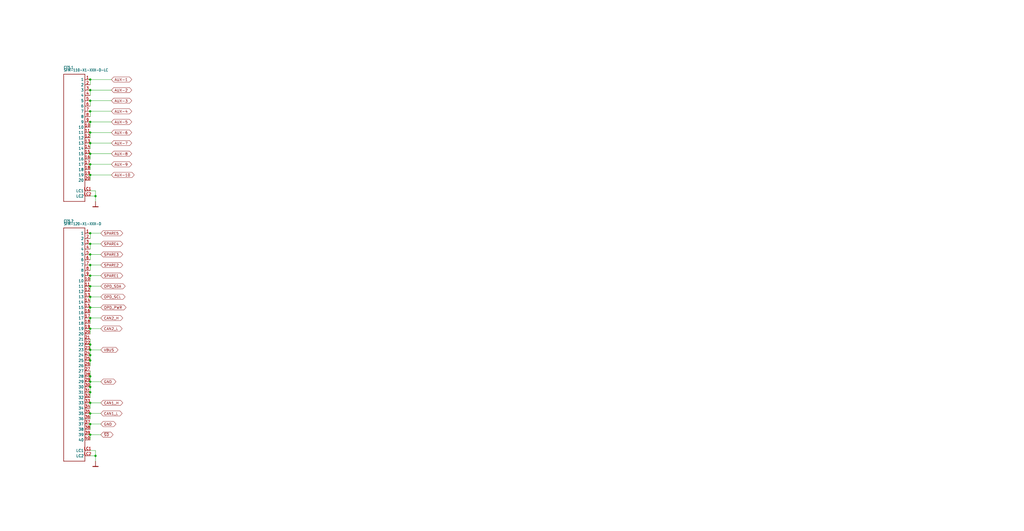
<source format=kicad_sch>
(kicad_sch (version 20211123) (generator eeschema)
  (paper "User" 490.22 254.406)
  (lib_symbols
    (symbol "oresat-backplane-2u-hasp-eagle-import:GND" (power)
      (symbol "GND_1_0"
        (polyline (pts (xy -1.27 -2.54) (xy 1.27 -2.54)) (stroke (width 0.4064)))
        (pin power_in line (at 0 0 270) (length 2.54) (name "GND") (number "1"))
      )
    )
    (symbol "oresat-backplane-2u-hasp-eagle-import:SFM-110-X1-XXX-D-LC"
      (property "Reference" "CF" (at -2.54 33.02 0))
      (property "Value" "SFM-110-X1-XXX-D-LC" (at -2.54 31.75 0))
      (symbol "SFM-110-X1-XXX-D-LC_1_0"
        (polyline (pts (xy -2.54 -30.48) (xy -2.54 30.48)) (stroke (width 0.254)))
        (polyline (pts (xy -2.54 30.48) (xy 7.62 30.48)) (stroke (width 0.254)))
        (polyline (pts (xy 7.62 -30.48) (xy -2.54 -30.48)) (stroke (width 0.254)))
        (polyline (pts (xy 7.62 30.48) (xy 7.62 -30.48)) (stroke (width 0.254)))
        (pin passive line (at 10.16 27.94 180) (length 2.54) (name "1") (number "1"))
        (pin passive line (at 10.16 5.08 180) (length 2.54) (name "10") (number "10"))
        (pin passive line (at 10.16 2.54 180) (length 2.54) (name "11") (number "11"))
        (pin passive line (at 10.16 0 180) (length 2.54) (name "12") (number "12"))
        (pin passive line (at 10.16 -2.54 180) (length 2.54) (name "13") (number "13"))
        (pin passive line (at 10.16 -5.08 180) (length 2.54) (name "14") (number "14"))
        (pin passive line (at 10.16 -7.62 180) (length 2.54) (name "15") (number "15"))
        (pin passive line (at 10.16 -10.16 180) (length 2.54) (name "16") (number "16"))
        (pin passive line (at 10.16 -12.7 180) (length 2.54) (name "17") (number "17"))
        (pin passive line (at 10.16 -15.24 180) (length 2.54) (name "18") (number "18"))
        (pin passive line (at 10.16 -17.78 180) (length 2.54) (name "19") (number "19"))
        (pin passive line (at 10.16 25.4 180) (length 2.54) (name "2") (number "2"))
        (pin passive line (at 10.16 -20.32 180) (length 2.54) (name "20") (number "20"))
        (pin passive line (at 10.16 22.86 180) (length 2.54) (name "3") (number "3"))
        (pin passive line (at 10.16 20.32 180) (length 2.54) (name "4") (number "4"))
        (pin passive line (at 10.16 17.78 180) (length 2.54) (name "5") (number "5"))
        (pin passive line (at 10.16 15.24 180) (length 2.54) (name "6") (number "6"))
        (pin passive line (at 10.16 12.7 180) (length 2.54) (name "7") (number "7"))
        (pin passive line (at 10.16 10.16 180) (length 2.54) (name "8") (number "8"))
        (pin passive line (at 10.16 7.62 180) (length 2.54) (name "9") (number "9"))
        (pin passive line (at 10.16 -25.4 180) (length 2.54) (name "LC1") (number "LC1"))
        (pin passive line (at 10.16 -27.94 180) (length 2.54) (name "LC2") (number "LC2"))
      )
    )
    (symbol "oresat-backplane-2u-hasp-eagle-import:SFM-120-X1-XXX-D"
      (property "Reference" "J" (at -2.54 50.8 0))
      (property "Value" "SFM-120-X1-XXX-D" (at -2.54 49.53 0))
      (symbol "SFM-120-X1-XXX-D_1_0"
        (polyline (pts (xy -2.54 -63.5) (xy -2.54 48.26)) (stroke (width 0.254)))
        (polyline (pts (xy -2.54 48.26) (xy 7.62 48.26)) (stroke (width 0.254)))
        (polyline (pts (xy 7.62 -63.5) (xy -2.54 -63.5)) (stroke (width 0.254)))
        (polyline (pts (xy 7.62 48.26) (xy 7.62 -63.5)) (stroke (width 0.254)))
        (pin passive line (at 10.16 45.72 180) (length 2.54) (name "1") (number "1"))
        (pin passive line (at 10.16 22.86 180) (length 2.54) (name "10") (number "10"))
        (pin passive line (at 10.16 20.32 180) (length 2.54) (name "11") (number "11"))
        (pin passive line (at 10.16 17.78 180) (length 2.54) (name "12") (number "12"))
        (pin passive line (at 10.16 15.24 180) (length 2.54) (name "13") (number "13"))
        (pin passive line (at 10.16 12.7 180) (length 2.54) (name "14") (number "14"))
        (pin passive line (at 10.16 10.16 180) (length 2.54) (name "15") (number "15"))
        (pin passive line (at 10.16 7.62 180) (length 2.54) (name "16") (number "16"))
        (pin passive line (at 10.16 5.08 180) (length 2.54) (name "17") (number "17"))
        (pin passive line (at 10.16 2.54 180) (length 2.54) (name "18") (number "18"))
        (pin passive line (at 10.16 0 180) (length 2.54) (name "19") (number "19"))
        (pin passive line (at 10.16 43.18 180) (length 2.54) (name "2") (number "2"))
        (pin passive line (at 10.16 -2.54 180) (length 2.54) (name "20") (number "20"))
        (pin passive line (at 10.16 -5.08 180) (length 2.54) (name "21") (number "21"))
        (pin passive line (at 10.16 -7.62 180) (length 2.54) (name "22") (number "22"))
        (pin passive line (at 10.16 -10.16 180) (length 2.54) (name "23") (number "23"))
        (pin passive line (at 10.16 -12.7 180) (length 2.54) (name "24") (number "24"))
        (pin passive line (at 10.16 -15.24 180) (length 2.54) (name "25") (number "25"))
        (pin passive line (at 10.16 -17.78 180) (length 2.54) (name "26") (number "26"))
        (pin passive line (at 10.16 -20.32 180) (length 2.54) (name "27") (number "27"))
        (pin passive line (at 10.16 -22.86 180) (length 2.54) (name "28") (number "28"))
        (pin passive line (at 10.16 -25.4 180) (length 2.54) (name "29") (number "29"))
        (pin passive line (at 10.16 40.64 180) (length 2.54) (name "3") (number "3"))
        (pin passive line (at 10.16 -27.94 180) (length 2.54) (name "30") (number "30"))
        (pin passive line (at 10.16 -30.48 180) (length 2.54) (name "31") (number "31"))
        (pin passive line (at 10.16 -33.02 180) (length 2.54) (name "32") (number "32"))
        (pin passive line (at 10.16 -35.56 180) (length 2.54) (name "33") (number "33"))
        (pin passive line (at 10.16 -38.1 180) (length 2.54) (name "34") (number "34"))
        (pin passive line (at 10.16 -40.64 180) (length 2.54) (name "35") (number "35"))
        (pin passive line (at 10.16 -43.18 180) (length 2.54) (name "36") (number "36"))
        (pin passive line (at 10.16 -45.72 180) (length 2.54) (name "37") (number "37"))
        (pin passive line (at 10.16 -48.26 180) (length 2.54) (name "38") (number "38"))
        (pin passive line (at 10.16 -50.8 180) (length 2.54) (name "39") (number "39"))
        (pin passive line (at 10.16 38.1 180) (length 2.54) (name "4") (number "4"))
        (pin passive line (at 10.16 -53.34 180) (length 2.54) (name "40") (number "40"))
        (pin passive line (at 10.16 35.56 180) (length 2.54) (name "5") (number "5"))
        (pin passive line (at 10.16 33.02 180) (length 2.54) (name "6") (number "6"))
        (pin passive line (at 10.16 30.48 180) (length 2.54) (name "7") (number "7"))
        (pin passive line (at 10.16 27.94 180) (length 2.54) (name "8") (number "8"))
        (pin passive line (at 10.16 25.4 180) (length 2.54) (name "9") (number "9"))
        (pin passive line (at 10.16 -58.42 180) (length 2.54) (name "LC1") (number "LC1"))
        (pin passive line (at 10.16 -60.96 180) (length 2.54) (name "LC2") (number "LC2"))
      )
    )
  )
  (junction (at 43.18 170.18))
  (junction (at 43.18 165.1))
  (junction (at 43.18 73.66))
  (junction (at 43.18 116.84))
  (junction (at 43.18 63.5))
  (junction (at 43.18 121.92))
  (junction (at 43.18 58.42))
  (junction (at 43.18 38.1))
  (junction (at 45.72 218.44))
  (junction (at 43.18 152.4))
  (junction (at 43.18 185.42))
  (junction (at 43.18 167.64))
  (junction (at 43.18 53.34))
  (junction (at 43.18 157.48))
  (junction (at 43.18 180.34))
  (junction (at 43.18 48.26))
  (junction (at 43.18 68.58))
  (junction (at 43.18 193.04))
  (junction (at 43.18 187.96))
  (junction (at 43.18 127))
  (junction (at 45.72 93.98))
  (junction (at 43.18 132.08))
  (junction (at 43.18 137.16))
  (junction (at 43.18 43.18))
  (junction (at 43.18 83.82))
  (junction (at 43.18 78.74))
  (junction (at 43.18 208.28))
  (junction (at 43.18 147.32))
  (junction (at 43.18 142.24))
  (junction (at 43.18 172.72))
  (junction (at 43.18 182.88))
  (junction (at 43.18 203.2))
  (junction (at 43.18 198.12))
  (junction (at 43.18 111.76))
  (wire (pts (xy 48.26 142.24) (xy 43.18 142.24)))
  (wire (pts (xy 45.72 93.98) (xy 45.72 91.44)))
  (wire (pts (xy 43.18 157.48) (xy 43.18 160.02)))
  (wire (pts (xy 43.18 111.76) (xy 43.18 114.3)))
  (wire (pts (xy 45.72 96.52) (xy 45.72 93.98)))
  (wire (pts (xy 43.18 127) (xy 43.18 129.54)))
  (wire (pts (xy 43.18 203.2) (xy 43.18 205.74)))
  (wire (pts (xy 43.18 167.64) (xy 43.18 170.18)))
  (wire (pts (xy 43.18 111.76) (xy 48.26 111.76)))
  (wire (pts (xy 43.18 116.84) (xy 43.18 119.38)))
  (wire (pts (xy 48.26 137.16) (xy 43.18 137.16)))
  (wire (pts (xy 43.18 142.24) (xy 43.18 144.78)))
  (wire (pts (xy 45.72 215.9) (xy 45.72 218.44)))
  (wire (pts (xy 43.18 68.58) (xy 43.18 71.12)))
  (wire (pts (xy 43.18 198.12) (xy 43.18 200.66)))
  (wire (pts (xy 43.18 116.84) (xy 48.26 116.84)))
  (wire (pts (xy 43.18 63.5) (xy 43.18 66.04)))
  (wire (pts (xy 43.18 63.5) (xy 53.34 63.5)))
  (wire (pts (xy 48.26 203.2) (xy 43.18 203.2)))
  (wire (pts (xy 43.18 172.72) (xy 43.18 175.26)))
  (wire (pts (xy 43.18 83.82) (xy 53.34 83.82)))
  (wire (pts (xy 43.18 38.1) (xy 53.34 38.1)))
  (wire (pts (xy 43.18 48.26) (xy 53.34 48.26)))
  (wire (pts (xy 48.26 132.08) (xy 43.18 132.08)))
  (wire (pts (xy 43.18 185.42) (xy 43.18 187.96)))
  (wire (pts (xy 43.18 177.8) (xy 43.18 180.34)))
  (wire (pts (xy 43.18 162.56) (xy 43.18 165.1)))
  (wire (pts (xy 48.26 198.12) (xy 43.18 198.12)))
  (wire (pts (xy 48.26 147.32) (xy 43.18 147.32)))
  (wire (pts (xy 43.18 58.42) (xy 43.18 60.96)))
  (wire (pts (xy 43.18 193.04) (xy 43.18 195.58)))
  (wire (pts (xy 48.26 208.28) (xy 43.18 208.28)))
  (wire (pts (xy 43.18 121.92) (xy 43.18 124.46)))
  (wire (pts (xy 43.18 73.66) (xy 43.18 76.2)))
  (wire (pts (xy 43.18 152.4) (xy 48.26 152.4)))
  (wire (pts (xy 43.18 182.88) (xy 43.18 185.42)))
  (wire (pts (xy 43.18 68.58) (xy 53.34 68.58)))
  (wire (pts (xy 43.18 43.18) (xy 43.18 45.72)))
  (wire (pts (xy 43.18 53.34) (xy 53.34 53.34)))
  (wire (pts (xy 43.18 187.96) (xy 43.18 190.5)))
  (wire (pts (xy 43.18 43.18) (xy 53.34 43.18)))
  (wire (pts (xy 45.72 218.44) (xy 45.72 220.98)))
  (wire (pts (xy 43.18 170.18) (xy 43.18 172.72)))
  (wire (pts (xy 48.26 127) (xy 43.18 127)))
  (wire (pts (xy 43.18 53.34) (xy 43.18 55.88)))
  (wire (pts (xy 48.26 182.88) (xy 43.18 182.88)))
  (wire (pts (xy 43.18 78.74) (xy 43.18 81.28)))
  (wire (pts (xy 48.26 157.48) (xy 43.18 157.48)))
  (wire (pts (xy 43.18 147.32) (xy 43.18 149.86)))
  (wire (pts (xy 43.18 83.82) (xy 43.18 86.36)))
  (wire (pts (xy 48.26 167.64) (xy 43.18 167.64)))
  (wire (pts (xy 43.18 152.4) (xy 43.18 154.94)))
  (wire (pts (xy 43.18 38.1) (xy 43.18 40.64)))
  (wire (pts (xy 43.18 58.42) (xy 53.34 58.42)))
  (wire (pts (xy 43.18 215.9) (xy 45.72 215.9)))
  (wire (pts (xy 43.18 180.34) (xy 43.18 182.88)))
  (wire (pts (xy 43.18 73.66) (xy 53.34 73.66)))
  (wire (pts (xy 48.26 193.04) (xy 43.18 193.04)))
  (wire (pts (xy 45.72 91.44) (xy 43.18 91.44)))
  (wire (pts (xy 43.18 48.26) (xy 43.18 50.8)))
  (wire (pts (xy 43.18 121.92) (xy 48.26 121.92)))
  (wire (pts (xy 43.18 137.16) (xy 43.18 139.7)))
  (wire (pts (xy 43.18 165.1) (xy 43.18 167.64)))
  (wire (pts (xy 45.72 93.98) (xy 43.18 93.98)))
  (wire (pts (xy 43.18 78.74) (xy 53.34 78.74)))
  (wire (pts (xy 43.18 218.44) (xy 45.72 218.44)))
  (wire (pts (xy 43.18 208.28) (xy 43.18 210.82)))
  (wire (pts (xy 43.18 132.08) (xy 43.18 134.62)))
  (global_label "CAN2_H" (shape bidirectional) (at 48.26 152.4 0) (effects (font (size 1.2446 1.2446))) (property "Intersheet References" "${INTERSHEET_REFS}" (effects hide)))
  (global_label "AUX-8" (shape bidirectional) (at 53.34 73.66 0) (effects (font (size 1.2446 1.2446))) (property "Intersheet References" "${INTERSHEET_REFS}" (effects hide)))
  (global_label "VBUS" (shape bidirectional) (at 48.26 167.64 0) (effects (font (size 1.2446 1.2446))) (property "Intersheet References" "${INTERSHEET_REFS}" (effects hide)))
  (global_label "CAN1_H" (shape bidirectional) (at 48.26 193.04 0) (effects (font (size 1.2446 1.2446))) (property "Intersheet References" "${INTERSHEET_REFS}" (effects hide)))
  (global_label "GND" (shape bidirectional) (at 48.26 203.2 0) (effects (font (size 1.2446 1.2446))) (property "Intersheet References" "${INTERSHEET_REFS}" (effects hide)))
  (global_label "OPD_SCL" (shape bidirectional) (at 48.26 142.24 0) (effects (font (size 1.2446 1.2446))) (property "Intersheet References" "${INTERSHEET_REFS}" (effects hide)))
  (global_label "OPD_PWR" (shape bidirectional) (at 48.26 147.32 0) (effects (font (size 1.2446 1.2446))) (property "Intersheet References" "${INTERSHEET_REFS}" (effects hide)))
  (global_label "AUX-2" (shape bidirectional) (at 53.34 43.18 0) (effects (font (size 1.2446 1.2446))) (property "Intersheet References" "${INTERSHEET_REFS}" (effects hide)))
  (global_label "SPARE3" (shape bidirectional) (at 48.26 121.92 0) (effects (font (size 1.2446 1.2446))) (property "Intersheet References" "${INTERSHEET_REFS}" (effects hide)))
  (global_label "SPARE2" (shape bidirectional) (at 48.26 127 0) (effects (font (size 1.2446 1.2446))) (property "Intersheet References" "${INTERSHEET_REFS}" (effects hide)))
  (global_label "~{SD}" (shape bidirectional) (at 48.26 208.28 0) (effects (font (size 1.2446 1.2446))) (property "Intersheet References" "${INTERSHEET_REFS}" (effects hide)))
  (global_label "AUX-4" (shape bidirectional) (at 53.34 53.34 0) (effects (font (size 1.2446 1.2446))) (property "Intersheet References" "${INTERSHEET_REFS}" (effects hide)))
  (global_label "SPARE5" (shape bidirectional) (at 48.26 111.76 0) (effects (font (size 1.2446 1.2446))) (property "Intersheet References" "${INTERSHEET_REFS}" (effects hide)))
  (global_label "CAN1_L" (shape bidirectional) (at 48.26 198.12 0) (effects (font (size 1.2446 1.2446))) (property "Intersheet References" "${INTERSHEET_REFS}" (effects hide)))
  (global_label "AUX-1" (shape bidirectional) (at 53.34 38.1 0) (effects (font (size 1.2446 1.2446))) (property "Intersheet References" "${INTERSHEET_REFS}" (effects hide)))
  (global_label "OPD_SDA" (shape bidirectional) (at 48.26 137.16 0) (effects (font (size 1.2446 1.2446))) (property "Intersheet References" "${INTERSHEET_REFS}" (effects hide)))
  (global_label "SPARE4" (shape bidirectional) (at 48.26 116.84 0) (effects (font (size 1.2446 1.2446))) (property "Intersheet References" "${INTERSHEET_REFS}" (effects hide)))
  (global_label "AUX-6" (shape bidirectional) (at 53.34 63.5 0) (effects (font (size 1.2446 1.2446))) (property "Intersheet References" "${INTERSHEET_REFS}" (effects hide)))
  (global_label "AUX-10" (shape bidirectional) (at 53.34 83.82 0) (effects (font (size 1.2446 1.2446))) (property "Intersheet References" "${INTERSHEET_REFS}" (effects hide)))
  (global_label "SPARE1" (shape bidirectional) (at 48.26 132.08 0) (effects (font (size 1.2446 1.2446))) (property "Intersheet References" "${INTERSHEET_REFS}" (effects hide)))
  (global_label "GND" (shape bidirectional) (at 48.26 182.88 0) (effects (font (size 1.2446 1.2446))) (property "Intersheet References" "${INTERSHEET_REFS}" (effects hide)))
  (global_label "CAN2_L" (shape bidirectional) (at 48.26 157.48 0) (effects (font (size 1.2446 1.2446))) (property "Intersheet References" "${INTERSHEET_REFS}" (effects hide)))
  (global_label "AUX-9" (shape bidirectional) (at 53.34 78.74 0) (effects (font (size 1.2446 1.2446))) (property "Intersheet References" "${INTERSHEET_REFS}" (effects hide)))
  (global_label "AUX-5" (shape bidirectional) (at 53.34 58.42 0) (effects (font (size 1.2446 1.2446))) (property "Intersheet References" "${INTERSHEET_REFS}" (effects hide)))
  (global_label "AUX-3" (shape bidirectional) (at 53.34 48.26 0) (effects (font (size 1.2446 1.2446))) (property "Intersheet References" "${INTERSHEET_REFS}" (effects hide)))
  (global_label "AUX-7" (shape bidirectional) (at 53.34 68.58 0) (effects (font (size 1.2446 1.2446))) (property "Intersheet References" "${INTERSHEET_REFS}" (effects hide)))
  (symbol (lib_id "oresat-backplane-2u-hasp-eagle-import:SFM-120-X1-XXX-D") (at 33.02 157.48 0) (unit 1)
    (property "Reference" "CF5.2" (at 30.48 106.68 0) (effects (font (size 1.27 1.0795)) (justify left bottom)))
    (property "Value" "SFM-120-X1-XXX-D" (at 30.48 107.95 0) (effects (font (size 1.27 1.0795)) (justify left bottom)))
    (property "Footprint" "oresat-backplane-2u-hasp:SFM-120-X1-XXX-D" (effects hide))
  )
  (symbol (lib_id "oresat-backplane-2u-hasp-eagle-import:GND") (at 45.72 220.98 0) (unit 1)
    (property "Reference" "#GND91" (effects hide))
    (property "Value" "GND" (effects hide))
    (property "Footprint" "oresat-backplane-2u-hasp:" (effects hide))
  )
  (symbol (lib_id "oresat-backplane-2u-hasp-eagle-import:SFM-110-X1-XXX-D-LC") (at 33.02 66.04 0) (unit 1)
    (property "Reference" "CF5.1" (at 30.48 33.02 0) (effects (font (size 1.27 1.0795)) (justify left bottom)))
    (property "Value" "SFM-110-X1-XXX-D-LC" (at 30.48 34.29 0) (effects (font (size 1.27 1.0795)) (justify left bottom)))
    (property "Footprint" "oresat-backplane-2u-hasp:SFM-110-X1-XXX-D-LC" (effects hide))
  )
  (symbol (lib_id "oresat-backplane-2u-hasp-eagle-import:GND") (at 45.72 96.52 0) (unit 1)
    (property "Reference" "#GND95" (effects hide))
    (property "Value" "GND" (effects hide))
    (property "Footprint" "oresat-backplane-2u-hasp:" (effects hide))
  )
)
</source>
